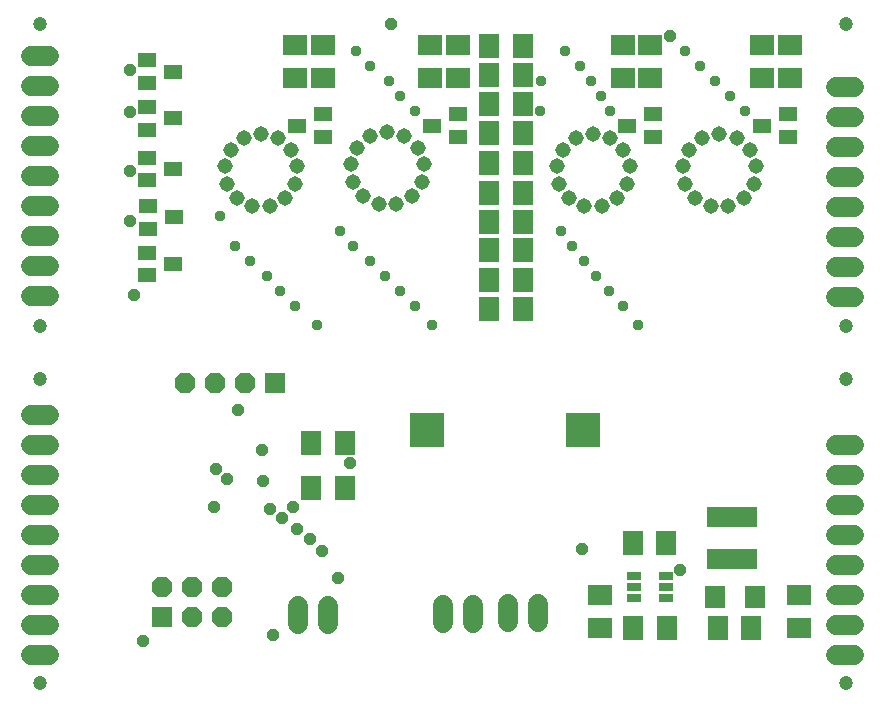
<source format=gbs>
G75*
%MOIN*%
%OFA0B0*%
%FSLAX25Y25*%
%IPPOS*%
%LPD*%
%AMOC8*
5,1,8,0,0,1.08239X$1,22.5*
%
%ADD10C,0.04737*%
%ADD11R,0.06312X0.04737*%
%ADD12R,0.07099X0.07898*%
%ADD13C,0.05162*%
%ADD14R,0.07898X0.07099*%
%ADD15C,0.06800*%
%ADD16R,0.11750X0.11750*%
%ADD17R,0.06800X0.06800*%
%ADD18OC8,0.06800*%
%ADD19R,0.07887X0.07099*%
%ADD20R,0.07099X0.07887*%
%ADD21R,0.05131X0.03162*%
%ADD22R,0.16548X0.06706*%
%ADD23R,0.06784X0.07414*%
%ADD24C,0.03778*%
%ADD25OC8,0.03778*%
D10*
X0016400Y0008700D03*
X0016400Y0110200D03*
X0016400Y0127700D03*
X0016400Y0228500D03*
X0285200Y0228500D03*
X0285200Y0127700D03*
X0285200Y0110200D03*
X0285200Y0008700D03*
D11*
X0060831Y0148300D03*
X0052169Y0144560D03*
X0052169Y0152040D03*
X0052369Y0160160D03*
X0052369Y0167640D03*
X0061031Y0163900D03*
X0052169Y0176360D03*
X0052169Y0183840D03*
X0060831Y0180100D03*
X0052169Y0193160D03*
X0052169Y0200640D03*
X0052169Y0208760D03*
X0060831Y0212500D03*
X0052169Y0216240D03*
X0060831Y0196900D03*
X0102169Y0194500D03*
X0110831Y0190760D03*
X0110831Y0198240D03*
X0147169Y0194500D03*
X0155831Y0190760D03*
X0155831Y0198240D03*
X0212169Y0194500D03*
X0220831Y0190760D03*
X0220831Y0198240D03*
X0257169Y0194500D03*
X0265831Y0190760D03*
X0265831Y0198240D03*
D12*
X0177298Y0201700D03*
X0166102Y0201700D03*
X0166102Y0192100D03*
X0177298Y0192100D03*
X0177298Y0182100D03*
X0166102Y0182100D03*
X0166102Y0172100D03*
X0177298Y0172100D03*
X0177298Y0162500D03*
X0166102Y0162500D03*
X0166102Y0152900D03*
X0177298Y0152900D03*
X0177298Y0143100D03*
X0166102Y0143100D03*
X0166102Y0133300D03*
X0177298Y0133300D03*
X0117941Y0088759D03*
X0106744Y0088759D03*
X0106744Y0073759D03*
X0117941Y0073759D03*
X0214067Y0026968D03*
X0225264Y0026968D03*
X0242263Y0026988D03*
X0253460Y0026988D03*
X0177298Y0211500D03*
X0166102Y0211500D03*
X0166102Y0221100D03*
X0177298Y0221100D03*
D13*
X0195128Y0190307D03*
X0190756Y0186433D03*
X0188684Y0180971D03*
X0189388Y0175172D03*
X0192707Y0170365D03*
X0197879Y0167650D03*
X0203721Y0167650D03*
X0208893Y0170365D03*
X0212212Y0175172D03*
X0212916Y0180971D03*
X0210844Y0186433D03*
X0206472Y0190307D03*
X0200800Y0191705D03*
X0230784Y0180971D03*
X0231488Y0175172D03*
X0234807Y0170365D03*
X0239979Y0167650D03*
X0245821Y0167650D03*
X0250993Y0170365D03*
X0254312Y0175172D03*
X0255016Y0180971D03*
X0252944Y0186433D03*
X0248572Y0190307D03*
X0242900Y0191705D03*
X0237228Y0190307D03*
X0232856Y0186433D03*
X0144316Y0181671D03*
X0143612Y0175872D03*
X0140293Y0171065D03*
X0135121Y0168350D03*
X0129279Y0168350D03*
X0124107Y0171065D03*
X0120788Y0175872D03*
X0120084Y0181671D03*
X0122156Y0187133D03*
X0126528Y0191007D03*
X0132200Y0192405D03*
X0137872Y0191007D03*
X0142244Y0187133D03*
X0102216Y0180971D03*
X0101512Y0175172D03*
X0098193Y0170365D03*
X0093021Y0167650D03*
X0087179Y0167650D03*
X0082007Y0170365D03*
X0078688Y0175172D03*
X0077984Y0180971D03*
X0080056Y0186433D03*
X0084428Y0190307D03*
X0090100Y0191705D03*
X0095772Y0190307D03*
X0100144Y0186433D03*
D14*
X0101500Y0210302D03*
X0110900Y0210302D03*
X0110900Y0221498D03*
X0101500Y0221498D03*
X0146500Y0221498D03*
X0155900Y0221498D03*
X0155900Y0210302D03*
X0146500Y0210302D03*
X0210900Y0210302D03*
X0219700Y0210302D03*
X0219700Y0221498D03*
X0210900Y0221498D03*
X0257100Y0221498D03*
X0266500Y0221498D03*
X0266500Y0210302D03*
X0257100Y0210302D03*
D15*
X0281800Y0207500D02*
X0287800Y0207500D01*
X0287800Y0197500D02*
X0281800Y0197500D01*
X0281800Y0187500D02*
X0287800Y0187500D01*
X0287800Y0177500D02*
X0281800Y0177500D01*
X0281800Y0167500D02*
X0287800Y0167500D01*
X0287800Y0157500D02*
X0281800Y0157500D01*
X0281800Y0147500D02*
X0287800Y0147500D01*
X0287800Y0137500D02*
X0281800Y0137500D01*
X0281843Y0088059D02*
X0287843Y0088059D01*
X0287843Y0078059D02*
X0281843Y0078059D01*
X0281843Y0068059D02*
X0287843Y0068059D01*
X0287843Y0058059D02*
X0281843Y0058059D01*
X0281843Y0048059D02*
X0287843Y0048059D01*
X0287843Y0038059D02*
X0281843Y0038059D01*
X0281843Y0028059D02*
X0287843Y0028059D01*
X0287843Y0018059D02*
X0281843Y0018059D01*
X0182543Y0029059D02*
X0182543Y0035059D01*
X0172543Y0035059D02*
X0172543Y0029059D01*
X0160843Y0028759D02*
X0160843Y0034759D01*
X0150843Y0034759D02*
X0150843Y0028759D01*
X0112257Y0028441D02*
X0112257Y0034441D01*
X0102257Y0034441D02*
X0102257Y0028441D01*
X0019543Y0028059D02*
X0013543Y0028059D01*
X0013543Y0018059D02*
X0019543Y0018059D01*
X0019543Y0038059D02*
X0013543Y0038059D01*
X0013543Y0048059D02*
X0019543Y0048059D01*
X0019543Y0058059D02*
X0013543Y0058059D01*
X0013543Y0068059D02*
X0019543Y0068059D01*
X0019543Y0078059D02*
X0013543Y0078059D01*
X0013543Y0088059D02*
X0019543Y0088059D01*
X0019543Y0098059D02*
X0013543Y0098059D01*
X0013500Y0137700D02*
X0019500Y0137700D01*
X0019500Y0147700D02*
X0013500Y0147700D01*
X0013500Y0157700D02*
X0019500Y0157700D01*
X0019500Y0167700D02*
X0013500Y0167700D01*
X0013500Y0177700D02*
X0019500Y0177700D01*
X0019500Y0187700D02*
X0013500Y0187700D01*
X0013500Y0197700D02*
X0019500Y0197700D01*
X0019500Y0207700D02*
X0013500Y0207700D01*
X0013500Y0217700D02*
X0019500Y0217700D01*
D16*
X0145243Y0092959D03*
X0197243Y0092959D03*
D17*
X0094843Y0108859D03*
X0057043Y0030659D03*
D18*
X0067043Y0030659D03*
X0077043Y0030659D03*
X0077043Y0040659D03*
X0067043Y0040659D03*
X0057043Y0040659D03*
X0064843Y0108859D03*
X0074843Y0108859D03*
X0084843Y0108859D03*
D19*
X0203000Y0038172D03*
X0203000Y0027148D03*
X0269412Y0027131D03*
X0269412Y0038155D03*
D20*
X0225172Y0055224D03*
X0214149Y0055224D03*
D21*
X0214340Y0044446D03*
X0214340Y0040706D03*
X0214340Y0036966D03*
X0224970Y0036966D03*
X0224970Y0040706D03*
X0224970Y0044446D03*
D22*
X0247185Y0050017D03*
X0247185Y0064190D03*
D23*
X0241271Y0037480D03*
X0254657Y0037480D03*
D24*
X0215700Y0128100D03*
X0210717Y0134500D03*
X0206211Y0139500D03*
X0201678Y0144500D03*
X0197900Y0149500D03*
X0193600Y0154500D03*
X0190100Y0159500D03*
X0147162Y0128100D03*
X0141500Y0134500D03*
X0136500Y0139500D03*
X0131500Y0144500D03*
X0126500Y0149500D03*
X0120617Y0154500D03*
X0116257Y0159500D03*
X0096500Y0139500D03*
X0091944Y0144500D03*
X0086500Y0149500D03*
X0081500Y0154500D03*
X0076500Y0164500D03*
X0101500Y0134500D03*
X0108600Y0128100D03*
X0141263Y0199500D03*
X0136500Y0204500D03*
X0132642Y0209500D03*
X0126500Y0214500D03*
X0121807Y0219500D03*
X0183300Y0209500D03*
X0183211Y0199500D03*
X0200100Y0209500D03*
X0203384Y0204500D03*
X0206500Y0199500D03*
X0196500Y0214500D03*
X0191500Y0219500D03*
X0231299Y0219500D03*
X0236500Y0214500D03*
X0241500Y0209500D03*
X0246500Y0204500D03*
X0251253Y0199500D03*
D25*
X0226400Y0224300D03*
X0133300Y0228500D03*
X0046500Y0213100D03*
X0046500Y0199100D03*
X0046500Y0179500D03*
X0046324Y0162700D03*
X0047900Y0138200D03*
X0082484Y0099783D03*
X0090543Y0086259D03*
X0090600Y0075900D03*
X0100643Y0067359D03*
X0097043Y0063759D03*
X0102043Y0060159D03*
X0106343Y0056559D03*
X0110343Y0052659D03*
X0115800Y0043700D03*
X0094100Y0024800D03*
X0050700Y0022700D03*
X0093032Y0066549D03*
X0078700Y0076600D03*
X0075200Y0080100D03*
X0074500Y0067500D03*
X0119843Y0081959D03*
X0197000Y0053500D03*
X0229843Y0046259D03*
M02*

</source>
